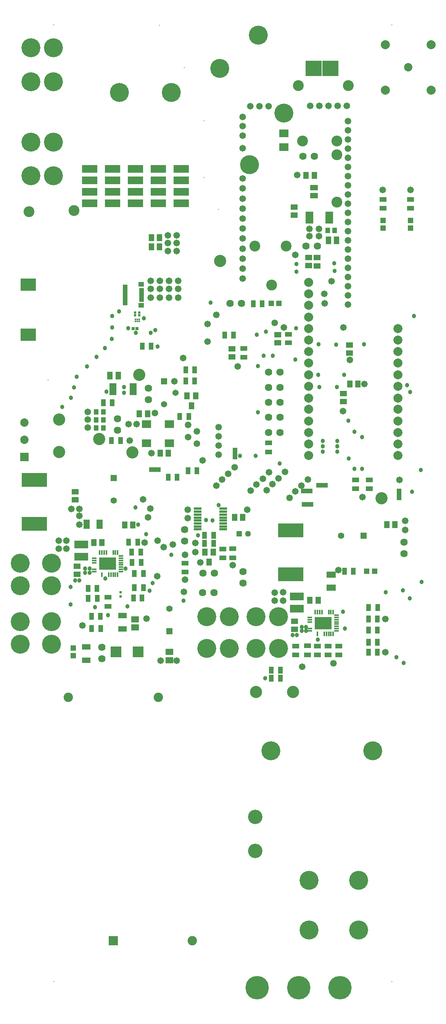
<source format=gts>
G04*
G04 #@! TF.GenerationSoftware,Altium Limited,Altium Designer,21.0.9 (235)*
G04*
G04 Layer_Color=8388736*
%FSLAX24Y24*%
%MOIN*%
G70*
G04*
G04 #@! TF.SameCoordinates,2D4ACE21-508C-4F28-9509-530EA4604CDE*
G04*
G04*
G04 #@! TF.FilePolarity,Negative*
G04*
G01*
G75*
%ADD68R,0.0639X0.0505*%
%ADD69R,0.0505X0.0639*%
%ADD70R,0.0789X0.0671*%
%ADD71R,0.1426X0.1379*%
%ADD72R,0.0639X0.0442*%
%ADD73R,0.1344X0.0682*%
%ADD74R,0.0623X0.0489*%
%ADD75R,0.0237X0.0198*%
%ADD76R,0.0631X0.0434*%
%ADD77R,0.0442X0.0639*%
%ADD78R,0.0660X0.0220*%
%ADD79R,0.0430X0.0639*%
%ADD80R,0.0777X0.0493*%
%ADD81R,0.0630X0.0250*%
%ADD82C,0.0178*%
%ADD83R,0.0237X0.0230*%
%ADD84R,0.0659X0.0517*%
%ADD85R,0.1340X0.1104*%
%ADD86R,0.0474X0.0513*%
%ADD87R,0.2206X0.1222*%
%ADD88R,0.0293X0.0316*%
%ADD89R,0.0411X0.1812*%
%ADD90R,0.0411X0.1194*%
%ADD91R,0.0470X0.0411*%
%ADD92R,0.0639X0.0430*%
%ADD93R,0.0513X0.0659*%
%ADD94R,0.0442X0.0462*%
%ADD95R,0.0670X0.0250*%
%ADD96R,0.0659X0.0513*%
%ADD97R,0.0513X0.0474*%
%ADD98R,0.0474X0.0631*%
%ADD99R,0.0797X0.0556*%
%ADD100R,0.1500X0.1100*%
%ADD101R,0.0180X0.0400*%
%ADD102R,0.0400X0.0180*%
%ADD103R,0.1186X0.0710*%
%ADD104R,0.0930X0.0970*%
%ADD105R,0.0556X0.0797*%
%ADD106R,0.0789X0.0710*%
%ADD107R,0.0497X0.0623*%
%ADD108C,0.0556*%
%ADD109R,0.0556X0.0556*%
%ADD110C,0.2049*%
%ADD111C,0.1655*%
%ADD112R,0.0730X0.0730*%
%ADD113C,0.0730*%
%ADD114C,0.0946*%
%ADD115C,0.0080*%
%ADD116C,0.1064*%
%ADD117C,0.0789*%
%ADD118C,0.0640*%
%ADD119C,0.0789*%
%ADD120R,0.0540X0.0540*%
%ADD121C,0.0540*%
%ADD122C,0.0821*%
%ADD123R,0.0821X0.0821*%
%ADD124R,0.0556X0.0556*%
%ADD125R,0.0477X0.0477*%
%ADD126P,0.0516X8X202.5*%
%ADD127C,0.1261*%
%ADD128C,0.1655*%
%ADD129C,0.0380*%
%ADD130C,0.0580*%
G36*
X26930Y60530D02*
X26530D01*
Y61530D01*
X26930D01*
Y60530D01*
D02*
G37*
G36*
X20240Y59400D02*
X19240D01*
Y59800D01*
X20240D01*
Y59400D01*
D02*
G37*
G36*
X34830Y58060D02*
X33830D01*
Y58460D01*
X34830D01*
Y58060D01*
D02*
G37*
G36*
X33520Y57550D02*
X32520D01*
Y57950D01*
X33520D01*
Y57550D01*
D02*
G37*
G36*
X41270Y56950D02*
X40870D01*
Y57950D01*
X41270D01*
Y56950D01*
D02*
G37*
G36*
X33580Y56370D02*
X32580D01*
Y56770D01*
X33580D01*
Y56370D01*
D02*
G37*
D68*
X30470Y71392D02*
D03*
Y70688D02*
D03*
X26480Y70145D02*
D03*
Y69440D02*
D03*
X36200Y66250D02*
D03*
Y65545D02*
D03*
X36750Y70472D02*
D03*
Y69768D02*
D03*
X31900Y82512D02*
D03*
Y81808D02*
D03*
X33159Y78112D02*
D03*
Y77408D02*
D03*
X12780Y56968D02*
D03*
Y57672D02*
D03*
X12950Y50468D02*
D03*
Y51173D02*
D03*
X31950Y46379D02*
D03*
Y45675D02*
D03*
D69*
X36760Y67070D02*
D03*
X37465D02*
D03*
X17110Y54770D02*
D03*
X17815D02*
D03*
X18388Y64490D02*
D03*
X19092D02*
D03*
X40722Y54810D02*
D03*
X40018D02*
D03*
X20156Y79054D02*
D03*
X19451D02*
D03*
Y79842D02*
D03*
X20156D02*
D03*
X33992Y48230D02*
D03*
X33288D02*
D03*
X27402Y55450D02*
D03*
X26698D02*
D03*
X20198Y61050D02*
D03*
X20902D02*
D03*
X14398Y53250D02*
D03*
X15102D02*
D03*
D70*
X31020Y88941D02*
D03*
Y87760D02*
D03*
D71*
X35086Y94620D02*
D03*
X33594D02*
D03*
D72*
X26530Y52704D02*
D03*
Y51916D02*
D03*
X25680Y52694D02*
D03*
Y51906D02*
D03*
X37290Y57936D02*
D03*
Y58724D02*
D03*
X15630Y47686D02*
D03*
Y48474D02*
D03*
X29680Y61153D02*
D03*
Y61941D02*
D03*
X38480Y57936D02*
D03*
Y58724D02*
D03*
X35820Y43436D02*
D03*
Y44224D02*
D03*
X34860Y43436D02*
D03*
Y44224D02*
D03*
X33940D02*
D03*
Y43436D02*
D03*
X22390Y51454D02*
D03*
Y50666D02*
D03*
X32040Y43436D02*
D03*
Y44224D02*
D03*
X33064Y43455D02*
D03*
Y44242D02*
D03*
D73*
X18030Y84863D02*
D03*
Y85837D02*
D03*
X14030Y84863D02*
D03*
Y85837D02*
D03*
Y82863D02*
D03*
Y83837D02*
D03*
X22030Y84863D02*
D03*
Y85837D02*
D03*
X20030Y84863D02*
D03*
Y85837D02*
D03*
X16030D02*
D03*
Y84863D02*
D03*
X22030Y82863D02*
D03*
Y83837D02*
D03*
X20030Y82863D02*
D03*
Y83837D02*
D03*
X18030D02*
D03*
Y82863D02*
D03*
X16030Y83837D02*
D03*
Y82863D02*
D03*
D74*
X33920Y77390D02*
D03*
Y78130D02*
D03*
D75*
X16740Y48917D02*
D03*
Y48563D02*
D03*
D76*
X27500Y70174D02*
D03*
Y69426D02*
D03*
X31400Y70666D02*
D03*
Y71414D02*
D03*
D77*
X26624Y71350D02*
D03*
X25836D02*
D03*
X24874Y53880D02*
D03*
X24086D02*
D03*
X22625Y59521D02*
D03*
X23412D02*
D03*
X38405Y47589D02*
D03*
X39193D02*
D03*
X17440Y53280D02*
D03*
X18227D02*
D03*
X30700Y42120D02*
D03*
X29913D02*
D03*
Y41420D02*
D03*
X30700D02*
D03*
X19414Y70370D02*
D03*
X18626D02*
D03*
X22431Y67350D02*
D03*
X23219D02*
D03*
X22431Y68300D02*
D03*
X23219D02*
D03*
X21906Y64250D02*
D03*
X22694D02*
D03*
X37084Y50764D02*
D03*
X36296D02*
D03*
X39184Y46580D02*
D03*
X38396D02*
D03*
X24086Y53180D02*
D03*
X24874D02*
D03*
X13900Y49242D02*
D03*
X14687D02*
D03*
X14694Y48366D02*
D03*
X13906D02*
D03*
X14994Y45750D02*
D03*
X14206D02*
D03*
X14200Y46800D02*
D03*
X14987D02*
D03*
X18734Y49300D02*
D03*
X17946D02*
D03*
X18744Y50550D02*
D03*
X17956D02*
D03*
X39190Y43680D02*
D03*
X38403D02*
D03*
X39190Y44556D02*
D03*
X38403D02*
D03*
X39184Y45630D02*
D03*
X38396D02*
D03*
X16740Y62140D02*
D03*
X15953D02*
D03*
X18544Y51524D02*
D03*
X17756D02*
D03*
X18494Y52400D02*
D03*
X17706D02*
D03*
D78*
X23490Y55430D02*
D03*
Y55170D02*
D03*
Y54920D02*
D03*
Y54660D02*
D03*
Y54400D02*
D03*
X25710D02*
D03*
Y54660D02*
D03*
Y54920D02*
D03*
Y55170D02*
D03*
Y55430D02*
D03*
Y55680D02*
D03*
Y56200D02*
D03*
Y55940D02*
D03*
X23490Y55680D02*
D03*
Y55940D02*
D03*
Y56200D02*
D03*
D79*
X21680Y58960D02*
D03*
X20916D02*
D03*
X28348Y74090D02*
D03*
X29112D02*
D03*
X15238Y65450D02*
D03*
X16002D02*
D03*
X17859Y48424D02*
D03*
X18623D02*
D03*
D80*
X16920Y46885D02*
D03*
Y45715D02*
D03*
X13750Y44135D02*
D03*
Y42965D02*
D03*
D81*
X16090Y66516D02*
D03*
Y66260D02*
D03*
X17830D02*
D03*
Y67028D02*
D03*
X16090D02*
D03*
Y66772D02*
D03*
X17830Y66516D02*
D03*
Y66772D02*
D03*
D82*
X18366Y72559D02*
D03*
X18209Y72717D02*
D03*
X18051D02*
D03*
Y72559D02*
D03*
X18366Y72717D02*
D03*
X18209Y72559D02*
D03*
D83*
X17992Y73311D02*
D03*
Y73089D02*
D03*
X18386D02*
D03*
Y73311D02*
D03*
D84*
X18000Y46554D02*
D03*
Y45846D02*
D03*
X21000Y42996D02*
D03*
Y43704D02*
D03*
D85*
X8671Y75762D02*
D03*
Y71392D02*
D03*
D86*
X12600Y44035D02*
D03*
Y43365D02*
D03*
X42060Y80665D02*
D03*
Y81335D02*
D03*
X39674Y80665D02*
D03*
Y81335D02*
D03*
D87*
X9204Y58709D02*
D03*
Y54891D02*
D03*
X31600Y54300D02*
D03*
Y50481D02*
D03*
D88*
X17842Y71929D02*
D03*
X18182D02*
D03*
D89*
X17149Y74863D02*
D03*
D90*
X18566D02*
D03*
D91*
X18535Y73946D02*
D03*
Y75780D02*
D03*
D92*
X42060Y83182D02*
D03*
Y82418D02*
D03*
X39674Y83182D02*
D03*
Y82418D02*
D03*
D93*
X34902Y79610D02*
D03*
X35618D02*
D03*
X16540Y67831D02*
D03*
X15824D02*
D03*
D94*
X34845Y80470D02*
D03*
X35455D02*
D03*
X15230Y64660D02*
D03*
X14620D02*
D03*
Y63961D02*
D03*
X15230D02*
D03*
Y63263D02*
D03*
X14620D02*
D03*
D95*
X34960Y81980D02*
D03*
X33240D02*
D03*
Y81220D02*
D03*
X34960D02*
D03*
Y81470D02*
D03*
Y81730D02*
D03*
X33240D02*
D03*
Y81470D02*
D03*
D96*
X33650Y84230D02*
D03*
Y83514D02*
D03*
D97*
X30585Y74100D02*
D03*
X29915D02*
D03*
X38925Y50764D02*
D03*
X38255D02*
D03*
D98*
X23299Y66033D02*
D03*
X22925Y65167D02*
D03*
X22551Y66033D02*
D03*
X24484Y51534D02*
D03*
X24110Y52400D02*
D03*
X24858D02*
D03*
D99*
X35140Y50451D02*
D03*
Y49309D02*
D03*
D100*
X34432Y46231D02*
D03*
X15600Y51400D02*
D03*
D101*
X33743Y47196D02*
D03*
X33940D02*
D03*
X34137D02*
D03*
X34334D02*
D03*
X34925D02*
D03*
X35122Y45266D02*
D03*
X34925D02*
D03*
X33940D02*
D03*
X35122Y47196D02*
D03*
X35318Y45266D02*
D03*
Y47196D02*
D03*
X34531Y45266D02*
D03*
X34728D02*
D03*
X14911Y52365D02*
D03*
X15108D02*
D03*
X15305D02*
D03*
X15502D02*
D03*
X16092D02*
D03*
X16289D02*
D03*
X16486D02*
D03*
Y50435D02*
D03*
X16289D02*
D03*
X16092D02*
D03*
X15895D02*
D03*
X15698D02*
D03*
X15108D02*
D03*
D102*
X35592Y46921D02*
D03*
Y46724D02*
D03*
Y46527D02*
D03*
Y46330D02*
D03*
Y46133D02*
D03*
Y45936D02*
D03*
Y45542D02*
D03*
X33272Y46330D02*
D03*
Y46527D02*
D03*
Y46724D02*
D03*
Y45542D02*
D03*
Y45739D02*
D03*
X35592D02*
D03*
X14440Y50711D02*
D03*
Y50908D02*
D03*
Y51498D02*
D03*
Y51695D02*
D03*
Y51892D02*
D03*
X16760Y52089D02*
D03*
Y51892D02*
D03*
Y51695D02*
D03*
Y51498D02*
D03*
Y51301D02*
D03*
Y51105D02*
D03*
Y50908D02*
D03*
Y50711D02*
D03*
D103*
X13315Y53083D02*
D03*
Y52017D02*
D03*
X32147Y47467D02*
D03*
Y48533D02*
D03*
D104*
X16335Y43700D02*
D03*
X18265D02*
D03*
D105*
X14921Y54842D02*
D03*
X13779D02*
D03*
D106*
X19000Y63585D02*
D03*
X21000Y61931D02*
D03*
X19000D02*
D03*
X21000Y63585D02*
D03*
D107*
X33664Y85280D02*
D03*
X32936D02*
D03*
D108*
X21000Y47484D02*
D03*
X16150Y56909D02*
D03*
X36016Y53850D02*
D03*
D109*
X21000Y45516D02*
D03*
X16150Y58878D02*
D03*
D110*
X35910Y14400D02*
D03*
X32300D02*
D03*
X28690D02*
D03*
D111*
X28760Y97530D02*
D03*
X25410Y94620D02*
D03*
X16630Y92520D02*
D03*
X31020Y90730D02*
D03*
X21190Y92520D02*
D03*
X28000Y86220D02*
D03*
X10723Y49466D02*
D03*
X7964D02*
D03*
X10723Y51434D02*
D03*
X7964D02*
D03*
X10723Y44366D02*
D03*
X7964D02*
D03*
X10723Y46334D02*
D03*
X7964D02*
D03*
X8906Y85244D02*
D03*
Y88196D02*
D03*
X10874Y85244D02*
D03*
Y88196D02*
D03*
X8906Y93454D02*
D03*
Y96406D02*
D03*
X10874Y93454D02*
D03*
Y96406D02*
D03*
X28576Y44007D02*
D03*
Y46766D02*
D03*
X30544Y44007D02*
D03*
Y46766D02*
D03*
X24266Y44007D02*
D03*
Y46766D02*
D03*
X26234Y44007D02*
D03*
Y46766D02*
D03*
X29881Y35080D02*
D03*
X38779D02*
D03*
D112*
X8340Y60730D02*
D03*
D113*
Y62230D02*
D03*
Y63730D02*
D03*
X41872Y94708D02*
D03*
D114*
X29927Y75722D02*
D03*
X8740Y82100D02*
D03*
X32260Y93100D02*
D03*
X35644Y82938D02*
D03*
Y87090D02*
D03*
X28470Y79110D02*
D03*
X35644Y88280D02*
D03*
X32650D02*
D03*
X31200Y79110D02*
D03*
X36650Y93100D02*
D03*
X12680Y82230D02*
D03*
D115*
X25310Y82316D02*
D03*
X10405Y67410D02*
D03*
X24040Y90040D02*
D03*
Y85120D02*
D03*
X20150Y98380D02*
D03*
X22300Y94670D02*
D03*
X40449Y98425D02*
D03*
X40449Y14938D02*
D03*
X10921D02*
D03*
Y98425D02*
D03*
D116*
X28580Y40230D02*
D03*
X25450Y77830D02*
D03*
X18370Y67890D02*
D03*
X14880Y62280D02*
D03*
X17790Y61100D02*
D03*
X11380Y63990D02*
D03*
Y61160D02*
D03*
X39540Y57130D02*
D03*
X31820Y40230D02*
D03*
D117*
X39884Y96696D02*
D03*
X43860D02*
D03*
Y92720D02*
D03*
X39884D02*
D03*
D118*
X30670Y68100D02*
D03*
X29670D02*
D03*
X30670Y66790D02*
D03*
X29670D02*
D03*
X30670Y65480D02*
D03*
X29670D02*
D03*
X29660Y64170D02*
D03*
X30660D02*
D03*
Y62860D02*
D03*
X29660D02*
D03*
X27450Y49710D02*
D03*
Y50710D02*
D03*
X27300Y74110D02*
D03*
X26300D02*
D03*
X33670Y86960D02*
D03*
X32670D02*
D03*
X32937Y79100D02*
D03*
X33937D02*
D03*
X19190Y65730D02*
D03*
Y66730D02*
D03*
X16460Y63060D02*
D03*
Y64060D02*
D03*
X41510Y52270D02*
D03*
Y53270D02*
D03*
X24936Y50589D02*
D03*
X23936D02*
D03*
X23900Y48870D02*
D03*
X24900D02*
D03*
X22350Y54384D02*
D03*
Y53384D02*
D03*
X15100Y44100D02*
D03*
Y43100D02*
D03*
D119*
X40974Y66884D02*
D03*
X33171Y71924D02*
D03*
Y72931D02*
D03*
X40974Y69908D02*
D03*
X33171Y74947D02*
D03*
Y70916D02*
D03*
Y69908D02*
D03*
Y68900D02*
D03*
Y67892D02*
D03*
Y66884D02*
D03*
Y65841D02*
D03*
Y64872D02*
D03*
Y63864D02*
D03*
Y62857D02*
D03*
Y61849D02*
D03*
Y60841D02*
D03*
X40974Y71924D02*
D03*
Y70916D02*
D03*
Y68900D02*
D03*
Y67892D02*
D03*
Y65841D02*
D03*
Y64872D02*
D03*
Y63864D02*
D03*
Y62857D02*
D03*
Y61849D02*
D03*
Y60841D02*
D03*
X33171Y73939D02*
D03*
Y75955D02*
D03*
D120*
X20525Y67331D02*
D03*
D121*
Y65331D02*
D03*
X21525Y66331D02*
D03*
D122*
X20047Y39760D02*
D03*
X12173D02*
D03*
X23000Y18500D02*
D03*
D123*
X16110D02*
D03*
D124*
X37984Y53850D02*
D03*
D125*
X27096Y54000D02*
D03*
D126*
X27884D02*
D03*
D127*
X28500Y29300D02*
D03*
Y26347D02*
D03*
D128*
X37551Y23765D02*
D03*
X33220D02*
D03*
X37551Y19435D02*
D03*
X33220D02*
D03*
D129*
X30640Y60140D02*
D03*
X34395Y61655D02*
D03*
X35660D02*
D03*
Y61180D02*
D03*
X34395D02*
D03*
X36650Y63870D02*
D03*
X36660Y60580D02*
D03*
X35650Y66810D02*
D03*
X28650Y71378D02*
D03*
X19960Y70340D02*
D03*
X24773Y55198D02*
D03*
X19360Y71560D02*
D03*
X19770Y71770D02*
D03*
X18760Y72820D02*
D03*
X35420Y77610D02*
D03*
X32096Y77562D02*
D03*
X35430Y76940D02*
D03*
X32120Y76870D02*
D03*
X36270Y67880D02*
D03*
X34009Y67877D02*
D03*
X24620Y74190D02*
D03*
X28730Y68640D02*
D03*
X28749Y64601D02*
D03*
X17411Y71949D02*
D03*
X23520Y53880D02*
D03*
X24200Y55200D02*
D03*
X25310Y56510D02*
D03*
X18280Y54800D02*
D03*
X29390Y41410D02*
D03*
X15630Y46930D02*
D03*
X38004Y70560D02*
D03*
X42050Y66380D02*
D03*
X41780Y66969D02*
D03*
X34050Y70550D02*
D03*
X35580Y70530D02*
D03*
X42370Y73030D02*
D03*
X34120Y66820D02*
D03*
X37840Y62450D02*
D03*
X37170Y62920D02*
D03*
X35660Y62130D02*
D03*
X34395D02*
D03*
X32075Y71944D02*
D03*
X32000Y69219D02*
D03*
X29425Y71644D02*
D03*
X30025Y69544D02*
D03*
X29225D02*
D03*
X18975Y53994D02*
D03*
X18038Y56331D02*
D03*
X12375Y49394D02*
D03*
Y47844D02*
D03*
X22245Y48194D02*
D03*
X19553Y49716D02*
D03*
X40835Y43253D02*
D03*
X41475Y42754D02*
D03*
X41415Y49074D02*
D03*
X39915Y48924D02*
D03*
X43055Y49804D02*
D03*
X41998Y48371D02*
D03*
X42975Y59594D02*
D03*
X42195Y57694D02*
D03*
X37840Y59694D02*
D03*
X37175D02*
D03*
X28540Y60827D02*
D03*
X27180D02*
D03*
X21159Y52174D02*
D03*
X17033Y66826D02*
D03*
X17030Y66320D02*
D03*
X15510Y66400D02*
D03*
X11640Y65090D02*
D03*
X12410Y65880D02*
D03*
X18060Y71540D02*
D03*
X16600Y73400D02*
D03*
X15999Y71999D02*
D03*
X12660Y66790D02*
D03*
X12900Y67700D02*
D03*
X13800Y68600D02*
D03*
X14645Y69445D02*
D03*
X15380Y70200D02*
D03*
X15980Y71000D02*
D03*
X16000Y73000D02*
D03*
X32562Y45533D02*
D03*
Y45873D02*
D03*
X32942D02*
D03*
Y45533D02*
D03*
X32130Y45179D02*
D03*
X31790D02*
D03*
X13650Y50630D02*
D03*
Y50970D02*
D03*
X14030D02*
D03*
Y50630D02*
D03*
X12790Y49940D02*
D03*
X13130D02*
D03*
X17190Y50970D02*
D03*
X15420Y50110D02*
D03*
X36180Y47220D02*
D03*
X36350Y45750D02*
D03*
X33972Y44787D02*
D03*
X17326Y47688D02*
D03*
X14500Y47600D02*
D03*
X19290Y49050D02*
D03*
X34417Y45948D02*
D03*
Y46548D02*
D03*
X15600Y51700D02*
D03*
Y51100D02*
D03*
X16050D02*
D03*
Y51700D02*
D03*
X34867Y45948D02*
D03*
X33967D02*
D03*
Y46548D02*
D03*
X34867D02*
D03*
X15150Y51700D02*
D03*
Y51100D02*
D03*
D130*
X31500Y57160D02*
D03*
X32550Y58210D02*
D03*
X33100Y58760D02*
D03*
X32000Y57710D02*
D03*
X29164Y58824D02*
D03*
X29714Y59374D02*
D03*
X28114Y57774D02*
D03*
X28614Y58324D02*
D03*
X21651Y79377D02*
D03*
X20864D02*
D03*
X26964Y68620D02*
D03*
X36190Y64730D02*
D03*
X38052Y67090D02*
D03*
X36770Y69180D02*
D03*
X17430Y63580D02*
D03*
X26540Y51290D02*
D03*
X22370Y52170D02*
D03*
Y50030D02*
D03*
X23720Y51530D02*
D03*
X32010Y78350D02*
D03*
X34570Y74130D02*
D03*
X34550Y74960D02*
D03*
X35159Y76057D02*
D03*
X27410Y88750D02*
D03*
Y89580D02*
D03*
Y90380D02*
D03*
X36600Y90030D02*
D03*
Y89230D02*
D03*
X29660Y91300D02*
D03*
X28060D02*
D03*
X28860D02*
D03*
X24330Y70780D02*
D03*
Y72330D02*
D03*
X20162Y76090D02*
D03*
X20961D02*
D03*
X19363D02*
D03*
X21760D02*
D03*
X20162Y75370D02*
D03*
X20961D02*
D03*
X19363D02*
D03*
X21760D02*
D03*
X21770Y74600D02*
D03*
X20971D02*
D03*
X20172D02*
D03*
X19373D02*
D03*
X35760Y50840D02*
D03*
X22620Y55370D02*
D03*
Y56126D02*
D03*
X27800Y56130D02*
D03*
X19130Y55440D02*
D03*
X19740Y64550D02*
D03*
X33320Y91340D02*
D03*
X34120D02*
D03*
X23920Y60430D02*
D03*
X41620Y54360D02*
D03*
X12450Y56190D02*
D03*
X22650Y62450D02*
D03*
X13140Y55570D02*
D03*
X13870Y64650D02*
D03*
Y63280D02*
D03*
Y63988D02*
D03*
X17546Y62150D02*
D03*
X12015Y52700D02*
D03*
X11347D02*
D03*
Y53400D02*
D03*
X37870Y57220D02*
D03*
X19340Y56220D02*
D03*
X18720Y57010D02*
D03*
X21320Y53070D02*
D03*
X33240Y79980D02*
D03*
X30997Y72012D02*
D03*
X30197Y72412D02*
D03*
X36197Y72012D02*
D03*
X36600Y74800D02*
D03*
Y74000D02*
D03*
X27408Y80640D02*
D03*
Y79766D02*
D03*
Y78891D02*
D03*
Y78016D02*
D03*
Y77142D02*
D03*
Y76267D02*
D03*
Y81515D02*
D03*
Y87638D02*
D03*
Y85014D02*
D03*
Y84139D02*
D03*
Y82390D02*
D03*
Y83264D02*
D03*
X36600Y76400D02*
D03*
Y75600D02*
D03*
Y77200D02*
D03*
Y78000D02*
D03*
Y78800D02*
D03*
Y79600D02*
D03*
Y80400D02*
D03*
Y81200D02*
D03*
Y82000D02*
D03*
Y83600D02*
D03*
Y82800D02*
D03*
Y84400D02*
D03*
Y85200D02*
D03*
Y86000D02*
D03*
Y86800D02*
D03*
Y87600D02*
D03*
Y88400D02*
D03*
X36520Y91340D02*
D03*
X35720D02*
D03*
X34920D02*
D03*
X13400Y46000D02*
D03*
X22290Y48950D02*
D03*
X20864Y80061D02*
D03*
X21651D02*
D03*
X20864Y78693D02*
D03*
X32160Y85310D02*
D03*
X19000Y46630D02*
D03*
X32600Y42400D02*
D03*
X13150Y56190D02*
D03*
X12015Y53400D02*
D03*
X13140Y54820D02*
D03*
X41620Y55160D02*
D03*
X30213Y48185D02*
D03*
Y48895D02*
D03*
X30933Y48907D02*
D03*
Y48197D02*
D03*
X35350Y42730D02*
D03*
X19450Y61050D02*
D03*
X22650Y63500D02*
D03*
X23400Y61875D02*
D03*
X25100Y73100D02*
D03*
X41100Y58700D02*
D03*
X21651Y78693D02*
D03*
X20257Y42955D02*
D03*
X23400Y62950D02*
D03*
X25100Y58200D02*
D03*
X26700Y59800D02*
D03*
X30550Y58850D02*
D03*
X21450Y67300D02*
D03*
X25300Y60900D02*
D03*
Y61700D02*
D03*
Y62500D02*
D03*
Y63300D02*
D03*
X29500Y57800D02*
D03*
X31100Y59400D02*
D03*
X39890Y46580D02*
D03*
X18140Y63580D02*
D03*
X21657Y42955D02*
D03*
X19950Y50300D02*
D03*
X19970Y53400D02*
D03*
X20500Y52850D02*
D03*
X23290Y53230D02*
D03*
X22200Y69350D02*
D03*
X26150Y59250D02*
D03*
X33240Y80620D02*
D03*
X34060Y79980D02*
D03*
Y80620D02*
D03*
X39890Y43680D02*
D03*
X39650Y84000D02*
D03*
X23290Y52400D02*
D03*
X25600Y58750D02*
D03*
X30000Y58350D02*
D03*
X18850Y53250D02*
D03*
X42060Y84000D02*
D03*
M02*

</source>
